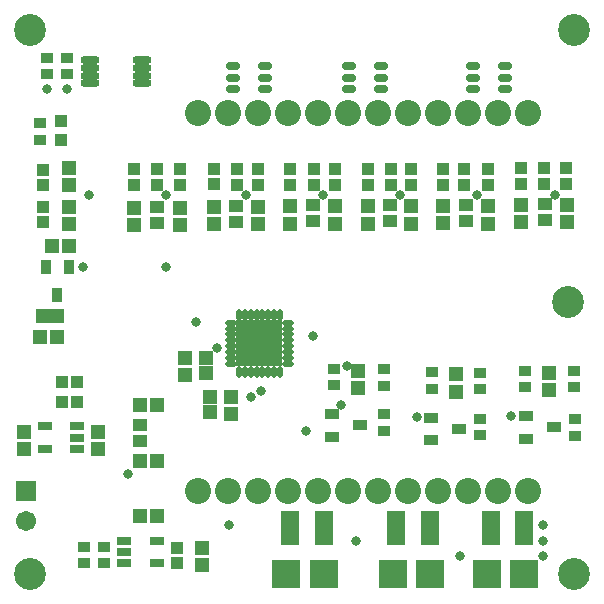
<source format=gts>
G04 Layer_Color=8388736*
%FSLAX25Y25*%
%MOIN*%
G70*
G01*
G75*
%ADD51R,0.04343X0.03556*%
%ADD52R,0.03950X0.03950*%
%ADD53R,0.04737X0.04934*%
%ADD54R,0.04934X0.04737*%
%ADD55R,0.04737X0.04343*%
%ADD56R,0.04737X0.03162*%
%ADD57R,0.04658X0.04225*%
%ADD58O,0.06312X0.02768*%
%ADD59R,0.06115X0.11824*%
%ADD60R,0.04737X0.03556*%
%ADD61R,0.04343X0.03950*%
%ADD62R,0.03950X0.04343*%
%ADD63O,0.04737X0.02768*%
%ADD64R,0.03359X0.04737*%
%ADD65R,0.09265X0.09658*%
%ADD66R,0.04540X0.04540*%
%ADD67R,0.04540X0.04540*%
%ADD68R,0.15170X0.15170*%
%ADD69O,0.01784X0.03950*%
%ADD70O,0.03950X0.01784*%
%ADD71C,0.10642*%
%ADD72C,0.06706*%
%ADD73R,0.06706X0.06706*%
%ADD74C,0.08674*%
%ADD75C,0.03200*%
D51*
X-185827Y158071D02*
D03*
Y152559D02*
D03*
X-183400Y174409D02*
D03*
Y179921D02*
D03*
X-176690Y174409D02*
D03*
Y179921D02*
D03*
X-71227Y61039D02*
D03*
Y55528D02*
D03*
Y76039D02*
D03*
Y70527D02*
D03*
X-87795Y76181D02*
D03*
Y70669D02*
D03*
X-39227Y74827D02*
D03*
Y69315D02*
D03*
X-55118Y75000D02*
D03*
Y69488D02*
D03*
X-39097Y59571D02*
D03*
Y54059D02*
D03*
X-7696Y75571D02*
D03*
Y70059D02*
D03*
X-7565Y59327D02*
D03*
Y53815D02*
D03*
X-24102Y75571D02*
D03*
Y70059D02*
D03*
X-164450Y16878D02*
D03*
Y11366D02*
D03*
X-171160Y16878D02*
D03*
Y11366D02*
D03*
D52*
X-178721Y152559D02*
D03*
Y158858D02*
D03*
D53*
X-176201Y143117D02*
D03*
Y137408D02*
D03*
Y130108D02*
D03*
Y124400D02*
D03*
X-154527Y129806D02*
D03*
Y124097D02*
D03*
X-139227D02*
D03*
Y129806D02*
D03*
X-127701Y130224D02*
D03*
Y124516D02*
D03*
X-112999Y124259D02*
D03*
Y129967D02*
D03*
X-102267Y130290D02*
D03*
Y124582D02*
D03*
X-87570D02*
D03*
Y130290D02*
D03*
X-76507D02*
D03*
Y124582D02*
D03*
X-62007D02*
D03*
Y130290D02*
D03*
X-51476Y130315D02*
D03*
Y124606D02*
D03*
X-36444Y124582D02*
D03*
Y130290D02*
D03*
X-25286Y130775D02*
D03*
Y125066D02*
D03*
X-10090D02*
D03*
Y130775D02*
D03*
X-79727Y69702D02*
D03*
Y75410D02*
D03*
X-16196Y69173D02*
D03*
Y74882D02*
D03*
X-47227Y68581D02*
D03*
Y74290D02*
D03*
X-131701Y16484D02*
D03*
Y10776D02*
D03*
X-137528Y79667D02*
D03*
Y73958D02*
D03*
X-166310Y49508D02*
D03*
Y55216D02*
D03*
X-191147Y49508D02*
D03*
Y55216D02*
D03*
X-122047Y66824D02*
D03*
Y61116D02*
D03*
D54*
X-152559Y64207D02*
D03*
X-146850D02*
D03*
X-152524Y27229D02*
D03*
X-146815D02*
D03*
X-152559Y45276D02*
D03*
X-146850D02*
D03*
X-181909Y117198D02*
D03*
X-176201D02*
D03*
X-185650Y86614D02*
D03*
X-179941D02*
D03*
D55*
X-146681Y130200D02*
D03*
Y124885D02*
D03*
X-120282Y130361D02*
D03*
Y125046D02*
D03*
X-94721Y130684D02*
D03*
Y125369D02*
D03*
X-69159Y130594D02*
D03*
Y125278D02*
D03*
X-43747Y130594D02*
D03*
Y125278D02*
D03*
X-17590Y131078D02*
D03*
Y125763D02*
D03*
D56*
X-173315Y49508D02*
D03*
Y53248D02*
D03*
Y56988D02*
D03*
X-184142D02*
D03*
Y49508D02*
D03*
X-146815Y18846D02*
D03*
Y11366D02*
D03*
X-157642D02*
D03*
Y15106D02*
D03*
Y18846D02*
D03*
D57*
X-152559Y52123D02*
D03*
Y57359D02*
D03*
D58*
X-169095Y179035D02*
D03*
Y176476D02*
D03*
Y173917D02*
D03*
Y171358D02*
D03*
X-151772Y179035D02*
D03*
Y176476D02*
D03*
Y173917D02*
D03*
Y171358D02*
D03*
D59*
X-102461Y23228D02*
D03*
X-91240D02*
D03*
X-67028D02*
D03*
X-55807D02*
D03*
X-35531D02*
D03*
X-24311D02*
D03*
D60*
X-79134Y57284D02*
D03*
X-88583Y53543D02*
D03*
Y61024D02*
D03*
X-46003Y56163D02*
D03*
X-55452Y52423D02*
D03*
Y59903D02*
D03*
X-14471Y56663D02*
D03*
X-23920Y52923D02*
D03*
Y60403D02*
D03*
D61*
X-25286Y142979D02*
D03*
Y137861D02*
D03*
X-10286Y142979D02*
D03*
Y137861D02*
D03*
X-51444Y142701D02*
D03*
Y137583D02*
D03*
X-36444Y142701D02*
D03*
Y137583D02*
D03*
X-76501Y142701D02*
D03*
Y137583D02*
D03*
X-62007Y142701D02*
D03*
Y137583D02*
D03*
X-102267Y142701D02*
D03*
Y137583D02*
D03*
X-87570Y142701D02*
D03*
Y137583D02*
D03*
X-127701Y142743D02*
D03*
Y137624D02*
D03*
X-112999Y142701D02*
D03*
Y137583D02*
D03*
X-154528Y142701D02*
D03*
Y137583D02*
D03*
X-139227Y142701D02*
D03*
Y137583D02*
D03*
X-140007Y16484D02*
D03*
Y11366D02*
D03*
X-184701Y130108D02*
D03*
Y124990D02*
D03*
Y142527D02*
D03*
Y137408D02*
D03*
X-17717Y142979D02*
D03*
Y137861D02*
D03*
X-44291Y142701D02*
D03*
Y137583D02*
D03*
X-68898Y142701D02*
D03*
Y137583D02*
D03*
X-94488Y142701D02*
D03*
Y137583D02*
D03*
X-120079Y142701D02*
D03*
Y137583D02*
D03*
X-146653Y142701D02*
D03*
Y137583D02*
D03*
D62*
X-178433Y65048D02*
D03*
X-173315D02*
D03*
Y71850D02*
D03*
X-178433D02*
D03*
D63*
X-30709Y169488D02*
D03*
Y173228D02*
D03*
Y176969D02*
D03*
X-41339Y169488D02*
D03*
Y173228D02*
D03*
Y176969D02*
D03*
X-72047Y169488D02*
D03*
Y173228D02*
D03*
Y176969D02*
D03*
X-82677Y169488D02*
D03*
Y173228D02*
D03*
Y176969D02*
D03*
X-110827Y169488D02*
D03*
Y173228D02*
D03*
Y176969D02*
D03*
X-121457Y169488D02*
D03*
Y173228D02*
D03*
Y176969D02*
D03*
D64*
X-179941Y100744D02*
D03*
X-183681Y110193D02*
D03*
X-176201D02*
D03*
D65*
X-91240Y7874D02*
D03*
X-103642D02*
D03*
X-55807D02*
D03*
X-68209D02*
D03*
X-24311D02*
D03*
X-36713D02*
D03*
D66*
X-129204Y61903D02*
D03*
Y66824D02*
D03*
X-130424Y74746D02*
D03*
Y79667D02*
D03*
D67*
X-184862Y93739D02*
D03*
X-179941D02*
D03*
D68*
X-112598Y84646D02*
D03*
D69*
X-105709Y75197D02*
D03*
X-107677D02*
D03*
X-109646D02*
D03*
X-111614D02*
D03*
X-113583D02*
D03*
X-115551D02*
D03*
X-117520D02*
D03*
X-119488D02*
D03*
Y94095D02*
D03*
X-117520D02*
D03*
X-115551D02*
D03*
X-113583D02*
D03*
X-111614D02*
D03*
X-109646D02*
D03*
X-107677D02*
D03*
X-105709D02*
D03*
D70*
X-122047Y77756D02*
D03*
Y79724D02*
D03*
Y81693D02*
D03*
Y83661D02*
D03*
Y85630D02*
D03*
Y87598D02*
D03*
Y89567D02*
D03*
Y91535D02*
D03*
X-103150D02*
D03*
Y89567D02*
D03*
Y87598D02*
D03*
Y85630D02*
D03*
Y83661D02*
D03*
Y81693D02*
D03*
Y79724D02*
D03*
Y77756D02*
D03*
D71*
X-7874Y188976D02*
D03*
Y7874D02*
D03*
X-188976D02*
D03*
X-9843Y98425D02*
D03*
X-188976Y188976D02*
D03*
D72*
X-190551Y25433D02*
D03*
D73*
Y35433D02*
D03*
D74*
X-23150Y161417D02*
D03*
X-33150D02*
D03*
X-43150D02*
D03*
X-53150D02*
D03*
X-63150D02*
D03*
X-73150D02*
D03*
X-83150D02*
D03*
X-93150D02*
D03*
X-103150D02*
D03*
X-113150D02*
D03*
X-123150D02*
D03*
X-133150D02*
D03*
X-23150Y35433D02*
D03*
X-33150D02*
D03*
X-43150D02*
D03*
X-53150D02*
D03*
X-63150D02*
D03*
X-73150D02*
D03*
X-83150D02*
D03*
X-93150D02*
D03*
X-103150D02*
D03*
X-113150D02*
D03*
X-123150D02*
D03*
X-133150D02*
D03*
D75*
X-97201Y55324D02*
D03*
X-171260Y110236D02*
D03*
X-143701D02*
D03*
X-176690Y169291D02*
D03*
X-59941Y59941D02*
D03*
X-183400Y169291D02*
D03*
X-28801Y60403D02*
D03*
X-156401Y41224D02*
D03*
X-143701Y134252D02*
D03*
X-117126D02*
D03*
X-91339D02*
D03*
X-65748D02*
D03*
X-40157D02*
D03*
X-14173D02*
D03*
X-169291D02*
D03*
X-112205Y68898D02*
D03*
X-115551Y66824D02*
D03*
X-85433Y64173D02*
D03*
X-18110Y24016D02*
D03*
Y18898D02*
D03*
Y13780D02*
D03*
X-80315Y18898D02*
D03*
X-45669Y13780D02*
D03*
X-122886Y24016D02*
D03*
X-94882Y87008D02*
D03*
X-126772Y83071D02*
D03*
X-133858Y91732D02*
D03*
X-83465Y77165D02*
D03*
X-116929Y88976D02*
D03*
X-112598D02*
D03*
X-108268D02*
D03*
X-116929Y84646D02*
D03*
X-112598D02*
D03*
X-108268D02*
D03*
X-116929Y80315D02*
D03*
X-112598D02*
D03*
X-108268D02*
D03*
M02*

</source>
